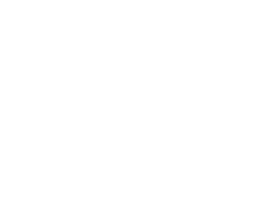
<source format=gtp>
G04 #@! TF.GenerationSoftware,KiCad,Pcbnew,6.0.4*
G04 #@! TF.CreationDate,2022-05-04T22:08:56-05:00*
G04 #@! TF.ProjectId,8ch_mas_flex,3863685f-6d61-4735-9f66-6c65782e6b69,rev?*
G04 #@! TF.SameCoordinates,Original*
G04 #@! TF.FileFunction,Paste,Top*
G04 #@! TF.FilePolarity,Positive*
%FSLAX46Y46*%
G04 Gerber Fmt 4.6, Leading zero omitted, Abs format (unit mm)*
G04 Created by KiCad (PCBNEW 6.0.4) date 2022-05-04 22:08:56*
%MOMM*%
%LPD*%
G01*
G04 APERTURE LIST*
%ADD10R,0.100000X0.300000*%
G04 APERTURE END LIST*
D10*
G04 #@! TO.C,U1*
X-117232350Y-105846400D03*
X-117232350Y-90157120D03*
X-118058350Y-90157120D03*
X-118302350Y-90157120D03*
X-118546350Y-90157120D03*
X-118790350Y-90157120D03*
X-119034350Y-90157120D03*
X-119278350Y-90157120D03*
X-119522350Y-90157120D03*
X-119766350Y-90157120D03*
X-120010350Y-90157120D03*
X-120254350Y-90157120D03*
X-120498350Y-90157120D03*
X-120742350Y-90157120D03*
X-120986350Y-90157120D03*
X-121230350Y-90157120D03*
X-121474350Y-90157120D03*
X-121718350Y-90157120D03*
X-121962350Y-90157120D03*
X-122206350Y-90157120D03*
X-122450350Y-90157120D03*
X-122694350Y-90157120D03*
X-122938350Y-90157120D03*
X-123182350Y-90157120D03*
X-123808650Y-90157120D03*
X-124208650Y-90157120D03*
X-124603650Y-90157120D03*
X-129977650Y-90157120D03*
X-130377650Y-90157120D03*
X-130777650Y-90157120D03*
X-131193650Y-90157120D03*
X-131609650Y-90157120D03*
X-132009650Y-90157120D03*
X-132409650Y-90157120D03*
X-138098650Y-90157120D03*
X-138639150Y-90157120D03*
X-139569150Y-90157120D03*
X-139569150Y-105846400D03*
X-138639150Y-105846400D03*
X-138094350Y-105846400D03*
X-132409650Y-105846400D03*
X-132009650Y-105846400D03*
X-131609650Y-105846400D03*
X-131193650Y-105846400D03*
X-130777650Y-105846400D03*
X-130377650Y-105846400D03*
X-129977650Y-105846400D03*
X-127949850Y-105846400D03*
X-127549850Y-105846400D03*
X-127149850Y-105846400D03*
X-126749850Y-105846400D03*
X-126349850Y-105846400D03*
X-125949850Y-105846400D03*
X-125549850Y-105846400D03*
X-125149850Y-105846400D03*
X-124749850Y-105846400D03*
X-124349850Y-105846400D03*
X-123949850Y-105846400D03*
X-123549850Y-105846400D03*
X-123149850Y-105846400D03*
X-122749850Y-105846400D03*
X-122349850Y-105846400D03*
X-121962350Y-105846400D03*
X-121718350Y-105846400D03*
X-121474350Y-105846400D03*
X-121230350Y-105846400D03*
X-120986350Y-105846400D03*
X-120742350Y-105846400D03*
X-120498350Y-105846400D03*
X-120254350Y-105846400D03*
X-120010350Y-105846400D03*
X-119766350Y-105846400D03*
X-119522350Y-105846400D03*
X-119278350Y-105846400D03*
X-119034350Y-105846400D03*
X-118790350Y-105846400D03*
X-118546350Y-105846400D03*
X-118302350Y-105846400D03*
X-118058350Y-105846400D03*
G04 #@! TD*
M02*

</source>
